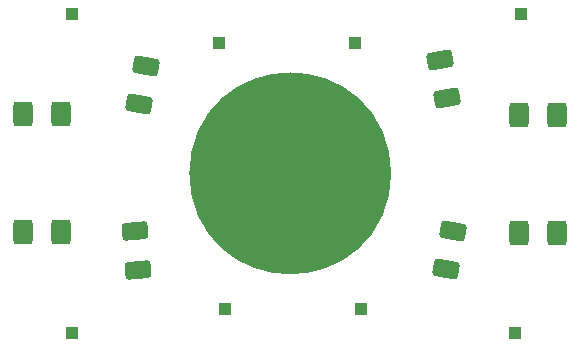
<source format=gbr>
%TF.GenerationSoftware,KiCad,Pcbnew,8.0.8*%
%TF.CreationDate,2025-04-07T01:24:50-03:00*%
%TF.ProjectId,Sao_Bomb,53616f5f-426f-46d6-922e-6b696361645f,rev?*%
%TF.SameCoordinates,Original*%
%TF.FileFunction,Soldermask,Top*%
%TF.FilePolarity,Negative*%
%FSLAX46Y46*%
G04 Gerber Fmt 4.6, Leading zero omitted, Abs format (unit mm)*
G04 Created by KiCad (PCBNEW 8.0.8) date 2025-04-07 01:24:50*
%MOMM*%
%LPD*%
G01*
G04 APERTURE LIST*
G04 Aperture macros list*
%AMRoundRect*
0 Rectangle with rounded corners*
0 $1 Rounding radius*
0 $2 $3 $4 $5 $6 $7 $8 $9 X,Y pos of 4 corners*
0 Add a 4 corners polygon primitive as box body*
4,1,4,$2,$3,$4,$5,$6,$7,$8,$9,$2,$3,0*
0 Add four circle primitives for the rounded corners*
1,1,$1+$1,$2,$3*
1,1,$1+$1,$4,$5*
1,1,$1+$1,$6,$7*
1,1,$1+$1,$8,$9*
0 Add four rect primitives between the rounded corners*
20,1,$1+$1,$2,$3,$4,$5,0*
20,1,$1+$1,$4,$5,$6,$7,0*
20,1,$1+$1,$6,$7,$8,$9,0*
20,1,$1+$1,$8,$9,$2,$3,0*%
G04 Aperture macros list end*
%ADD10C,8.535281*%
%ADD11R,1.000000X1.000000*%
%ADD12RoundRect,0.288462X0.719064X-0.595448X0.879354X0.313604X-0.719064X0.595448X-0.879354X-0.313604X0*%
%ADD13RoundRect,0.288462X0.848676X-0.389052X0.768224X0.530512X-0.848676X0.389052X-0.768224X-0.530512X0*%
%ADD14RoundRect,0.288462X-0.879354X0.313604X-0.719064X-0.595448X0.879354X-0.313604X0.719064X0.595448X0*%
%ADD15RoundRect,0.285088X0.527412X0.764912X-0.527412X0.764912X-0.527412X-0.764912X0.527412X-0.764912X0*%
%ADD16RoundRect,0.288462X-0.719064X0.595448X-0.879354X-0.313604X0.719064X-0.595448X0.879354X0.313604X0*%
%ADD17RoundRect,0.285088X-0.527412X-0.764912X0.527412X-0.764912X0.527412X0.764912X-0.527412X0.764912X0*%
G04 APERTURE END LIST*
D10*
X153267640Y-96000000D02*
G75*
G02*
X144732360Y-96000000I-4267640J0D01*
G01*
X144732360Y-96000000D02*
G75*
G02*
X153267640Y-96000000I4267640J0D01*
G01*
D11*
%TO.C,J3*%
X130500000Y-82500000D03*
%TD*%
%TO.C,J7*%
X168500000Y-82500000D03*
%TD*%
D12*
%TO.C,R4*%
X162213481Y-104124933D03*
X162786519Y-100875067D03*
%TD*%
D13*
%TO.C,R2*%
X136143807Y-104143721D03*
X135856193Y-100856279D03*
%TD*%
D11*
%TO.C,J8*%
X155000000Y-107500000D03*
%TD*%
%TO.C,J2*%
X143000000Y-85000000D03*
%TD*%
%TO.C,J9*%
X168000000Y-109500000D03*
%TD*%
D14*
%TO.C,R3*%
X161713481Y-86375067D03*
X162286519Y-89624933D03*
%TD*%
D11*
%TO.C,J4*%
X154500000Y-85000000D03*
%TD*%
%TO.C,J6*%
X143500000Y-107500000D03*
%TD*%
D15*
%TO.C,D3*%
X171587500Y-91025000D03*
X168412500Y-91025000D03*
%TD*%
%TO.C,D4*%
X171587500Y-101025000D03*
X168412500Y-101025000D03*
%TD*%
D16*
%TO.C,R1*%
X136786519Y-86875067D03*
X136213481Y-90124933D03*
%TD*%
D11*
%TO.C,J5*%
X130500000Y-109500000D03*
%TD*%
D17*
%TO.C,D1*%
X126412500Y-90975000D03*
X129587500Y-90975000D03*
%TD*%
%TO.C,D2*%
X126412500Y-100975000D03*
X129587500Y-100975000D03*
%TD*%
M02*

</source>
